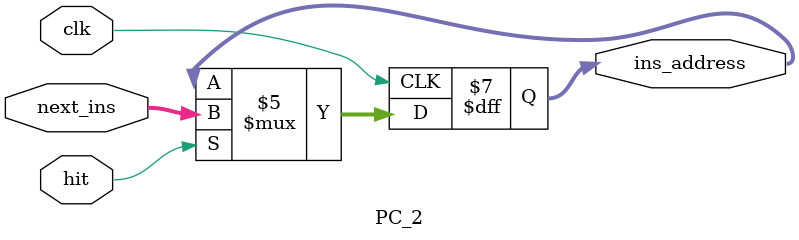
<source format=v>
`timescale 1ns / 1ps
module PC_2(input [31:0] next_ins , input clk , input hit , output reg [31:0] ins_address);

	// This program counter contains "hit" input, which is used to locate next instruction to the current instruction when hit signal is up
	
	initial begin
		ins_address = 32'b00;
	end
	
	always @(negedge clk) begin
		if ( hit == 1 )
			ins_address = next_ins;
	end
	

endmodule

</source>
